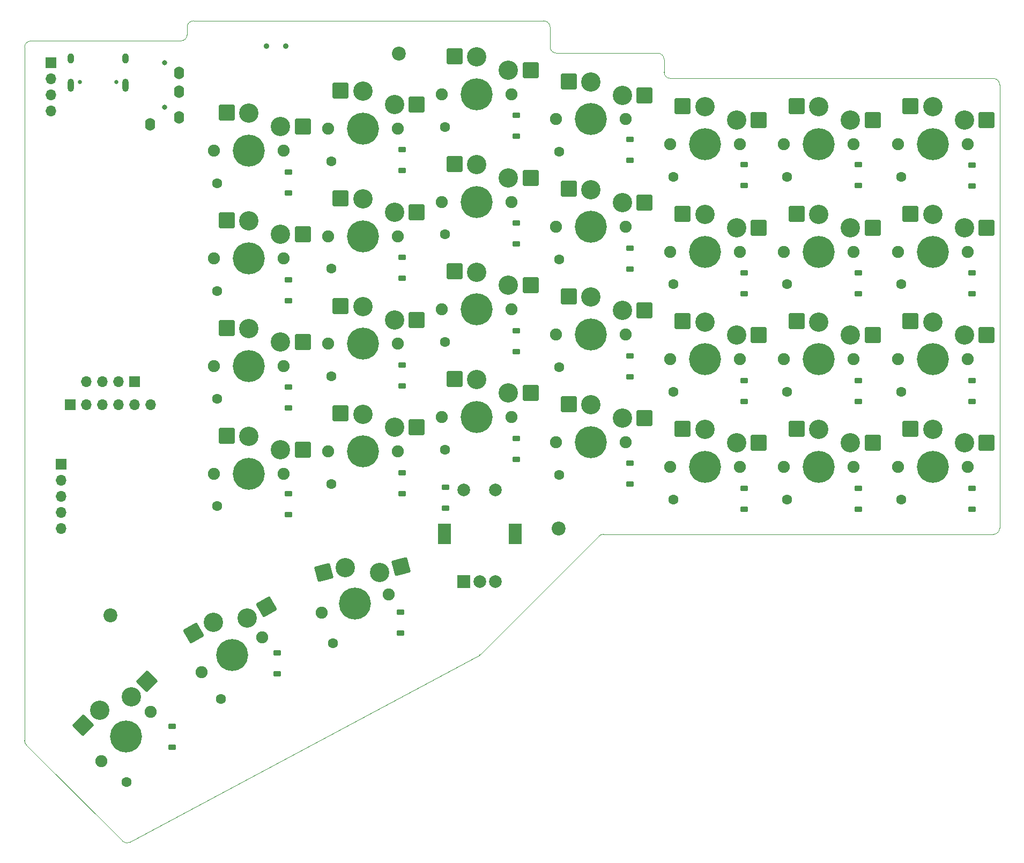
<source format=gbr>
%TF.GenerationSoftware,KiCad,Pcbnew,8.0.5*%
%TF.CreationDate,2024-10-11T21:29:17+02:00*%
%TF.ProjectId,vaucasy_right,76617563-6173-4795-9f72-696768742e6b,rev?*%
%TF.SameCoordinates,Original*%
%TF.FileFunction,Soldermask,Bot*%
%TF.FilePolarity,Negative*%
%FSLAX46Y46*%
G04 Gerber Fmt 4.6, Leading zero omitted, Abs format (unit mm)*
G04 Created by KiCad (PCBNEW 8.0.5) date 2024-10-11 21:29:17*
%MOMM*%
%LPD*%
G01*
G04 APERTURE LIST*
G04 Aperture macros list*
%AMRoundRect*
0 Rectangle with rounded corners*
0 $1 Rounding radius*
0 $2 $3 $4 $5 $6 $7 $8 $9 X,Y pos of 4 corners*
0 Add a 4 corners polygon primitive as box body*
4,1,4,$2,$3,$4,$5,$6,$7,$8,$9,$2,$3,0*
0 Add four circle primitives for the rounded corners*
1,1,$1+$1,$2,$3*
1,1,$1+$1,$4,$5*
1,1,$1+$1,$6,$7*
1,1,$1+$1,$8,$9*
0 Add four rect primitives between the rounded corners*
20,1,$1+$1,$2,$3,$4,$5,0*
20,1,$1+$1,$4,$5,$6,$7,0*
20,1,$1+$1,$6,$7,$8,$9,0*
20,1,$1+$1,$8,$9,$2,$3,0*%
G04 Aperture macros list end*
%ADD10R,2.000000X2.000000*%
%ADD11C,2.000000*%
%ADD12R,2.000000X3.200000*%
%ADD13R,1.700000X1.700000*%
%ADD14O,1.700000X1.700000*%
%ADD15C,1.900000*%
%ADD16C,1.600000*%
%ADD17C,3.050000*%
%ADD18C,5.050000*%
%ADD19RoundRect,0.250000X-1.025000X-1.000000X1.025000X-1.000000X1.025000X1.000000X-1.025000X1.000000X0*%
%ADD20C,2.200000*%
%ADD21C,0.900000*%
%ADD22C,0.800000*%
%ADD23O,1.600000X2.000000*%
%ADD24RoundRect,0.250000X-0.731255X-1.231215X1.248893X-0.700636X0.731255X1.231215X-1.248893X0.700636X0*%
%ADD25RoundRect,0.250000X-0.017678X-1.431891X1.431891X0.017678X0.017678X1.431891X-1.431891X-0.017678X0*%
%ADD26C,0.650000*%
%ADD27O,1.000000X2.100000*%
%ADD28O,1.000000X1.600000*%
%ADD29RoundRect,0.250000X-0.387676X-1.378525X1.387676X-0.353525X0.387676X1.378525X-1.387676X0.353525X0*%
%ADD30RoundRect,0.225000X0.375000X-0.225000X0.375000X0.225000X-0.375000X0.225000X-0.375000X-0.225000X0*%
%TA.AperFunction,Profile*%
%ADD31C,0.050000*%
%TD*%
G04 APERTURE END LIST*
D10*
%TO.C,SW3*%
X94387500Y-116462500D03*
D11*
X99387500Y-116462500D03*
X96887500Y-116462500D03*
D12*
X91287500Y-108962500D03*
X102487500Y-108962500D03*
D11*
X99387500Y-101962500D03*
X94387500Y-101962500D03*
%TD*%
D13*
%TO.C,J4*%
X30812500Y-97947500D03*
D14*
X30812500Y-100487500D03*
X30812500Y-103027500D03*
X30812500Y-105567500D03*
X30812500Y-108107500D03*
%TD*%
D15*
%TO.C,S5*%
X126925000Y-47362500D03*
D16*
X127425000Y-52512500D03*
D17*
X132425000Y-41462500D03*
D18*
X132425000Y-47362500D03*
D17*
X137425000Y-43562500D03*
D15*
X137925000Y-47362500D03*
D19*
X128925000Y-41362500D03*
X140925000Y-43562500D03*
%TD*%
D15*
%TO.C,S27*%
X144925000Y-81362500D03*
D16*
X145425000Y-86512500D03*
D17*
X150425000Y-75462500D03*
D18*
X150425000Y-81362500D03*
D17*
X155425000Y-77562500D03*
D15*
X155925000Y-81362500D03*
D19*
X146925000Y-75362500D03*
X158925000Y-77562500D03*
%TD*%
D15*
%TO.C,S3*%
X90925000Y-39487500D03*
D16*
X91425000Y-44637500D03*
D17*
X96425000Y-33587500D03*
D18*
X96425000Y-39487500D03*
D17*
X101425000Y-35687500D03*
D15*
X101925000Y-39487500D03*
D19*
X92925000Y-33487500D03*
X104925000Y-35687500D03*
%TD*%
D15*
%TO.C,S19*%
X72925000Y-78912500D03*
D16*
X73425000Y-84062500D03*
D17*
X78425000Y-73012500D03*
D18*
X78425000Y-78912500D03*
D17*
X83425000Y-75112500D03*
D15*
X83925000Y-78912500D03*
D19*
X74925000Y-72912500D03*
X86925000Y-75112500D03*
%TD*%
D15*
%TO.C,S28*%
X144925000Y-98362500D03*
D16*
X145425000Y-103512500D03*
D17*
X150425000Y-92462500D03*
D18*
X150425000Y-98362500D03*
D17*
X155425000Y-94562500D03*
D15*
X155925000Y-98362500D03*
D19*
X146925000Y-92362500D03*
X158925000Y-94562500D03*
%TD*%
D20*
%TO.C,H3*%
X84075000Y-33100000D03*
%TD*%
D15*
%TO.C,S7*%
X162925000Y-47362500D03*
D16*
X163425000Y-52512500D03*
D17*
X168425000Y-41462500D03*
D18*
X168425000Y-47362500D03*
D17*
X173425000Y-43562500D03*
D15*
X173925000Y-47362500D03*
D19*
X164925000Y-41362500D03*
X176925000Y-43562500D03*
%TD*%
D21*
%TO.C,SW1*%
X66237500Y-31870000D03*
X63237500Y-31870000D03*
%TD*%
D15*
%TO.C,S30*%
X162925000Y-98362500D03*
D16*
X163425000Y-103512500D03*
D17*
X168425000Y-92462500D03*
D18*
X168425000Y-98362500D03*
D17*
X173425000Y-94562500D03*
D15*
X173925000Y-98362500D03*
D19*
X164925000Y-92362500D03*
X176925000Y-94562500D03*
%TD*%
D20*
%TO.C,H2*%
X38600000Y-121825000D03*
%TD*%
%TO.C,H1*%
X109325000Y-108100000D03*
%TD*%
D15*
%TO.C,S14*%
X144925000Y-64362500D03*
D16*
X145425000Y-69512500D03*
D17*
X150425000Y-58462500D03*
D18*
X150425000Y-64362500D03*
D17*
X155425000Y-60562500D03*
D15*
X155925000Y-64362500D03*
D19*
X146925000Y-58362500D03*
X158925000Y-60562500D03*
%TD*%
D15*
%TO.C,S6*%
X144925000Y-47362500D03*
D16*
X145425000Y-52512500D03*
D17*
X150425000Y-41462500D03*
D18*
X150425000Y-47362500D03*
D17*
X155425000Y-43562500D03*
D15*
X155925000Y-47362500D03*
D19*
X146925000Y-41362500D03*
X158925000Y-43562500D03*
%TD*%
D13*
%TO.C,J2*%
X42367500Y-84887500D03*
D14*
X39827500Y-84887500D03*
X37287500Y-84887500D03*
X34747500Y-84887500D03*
%TD*%
D15*
%TO.C,S15*%
X162925000Y-64362500D03*
D16*
X163425000Y-69512500D03*
D17*
X168425000Y-58462500D03*
D18*
X168425000Y-64362500D03*
D17*
X173425000Y-60562500D03*
D15*
X173925000Y-64362500D03*
D19*
X164925000Y-58362500D03*
X176925000Y-60562500D03*
%TD*%
D15*
%TO.C,S29*%
X162925000Y-81362500D03*
D16*
X163425000Y-86512500D03*
D17*
X168425000Y-75462500D03*
D18*
X168425000Y-81362500D03*
D17*
X173425000Y-77562500D03*
D15*
X173925000Y-81362500D03*
D19*
X164925000Y-75362500D03*
X176925000Y-77562500D03*
%TD*%
D15*
%TO.C,S22*%
X90925000Y-90487500D03*
D16*
X91425000Y-95637500D03*
D17*
X96425000Y-84587500D03*
D18*
X96425000Y-90487500D03*
D17*
X101425000Y-86687500D03*
D15*
X101925000Y-90487500D03*
D19*
X92925000Y-84487500D03*
X104925000Y-86687500D03*
%TD*%
D15*
%TO.C,S26*%
X126925000Y-98362500D03*
D16*
X127425000Y-103512500D03*
D17*
X132425000Y-92462500D03*
D18*
X132425000Y-98362500D03*
D17*
X137425000Y-94562500D03*
D15*
X137925000Y-98362500D03*
D19*
X128925000Y-92362500D03*
X140925000Y-94562500D03*
%TD*%
D15*
%TO.C,S23*%
X108925000Y-77437500D03*
D16*
X109425000Y-82587500D03*
D17*
X114425000Y-71537500D03*
D18*
X114425000Y-77437500D03*
D17*
X119425000Y-73637500D03*
D15*
X119925000Y-77437500D03*
D19*
X110925000Y-71437500D03*
X122925000Y-73637500D03*
%TD*%
D15*
%TO.C,S1*%
X54925000Y-48412500D03*
D16*
X55425000Y-53562500D03*
D17*
X60425000Y-42512500D03*
D18*
X60425000Y-48412500D03*
D17*
X65425000Y-44612500D03*
D15*
X65925000Y-48412500D03*
D19*
X56925000Y-42412500D03*
X68925000Y-44612500D03*
%TD*%
D15*
%TO.C,S13*%
X126925000Y-64362500D03*
D16*
X127425000Y-69512500D03*
D17*
X132425000Y-58462500D03*
D18*
X132425000Y-64362500D03*
D17*
X137425000Y-60562500D03*
D15*
X137925000Y-64362500D03*
D19*
X128925000Y-58362500D03*
X140925000Y-60562500D03*
%TD*%
D15*
%TO.C,S9*%
X54925000Y-65412500D03*
D16*
X55425000Y-70562500D03*
D17*
X60425000Y-59512500D03*
D18*
X60425000Y-65412500D03*
D17*
X65425000Y-61612500D03*
D15*
X65925000Y-65412500D03*
D19*
X56925000Y-59412500D03*
X68925000Y-61612500D03*
%TD*%
D15*
%TO.C,S4*%
X108925000Y-43437500D03*
D16*
X109425000Y-48587500D03*
D17*
X114425000Y-37537500D03*
D18*
X114425000Y-43437500D03*
D17*
X119425000Y-39637500D03*
D15*
X119925000Y-43437500D03*
D19*
X110925000Y-37437500D03*
X122925000Y-39637500D03*
%TD*%
D15*
%TO.C,S10*%
X72925000Y-61912500D03*
D16*
X73425000Y-67062500D03*
D17*
X78425000Y-56012500D03*
D18*
X78425000Y-61912500D03*
D17*
X83425000Y-58112500D03*
D15*
X83925000Y-61912500D03*
D19*
X74925000Y-55912500D03*
X86925000Y-58112500D03*
%TD*%
D15*
%TO.C,S11*%
X90925000Y-56487500D03*
D16*
X91425000Y-61637500D03*
D17*
X96425000Y-50587500D03*
D18*
X96425000Y-56487500D03*
D17*
X101425000Y-52687500D03*
D15*
X101925000Y-56487500D03*
D19*
X92925000Y-50487500D03*
X104925000Y-52687500D03*
%TD*%
D22*
%TO.C,U4*%
X47112500Y-34525000D03*
X47112500Y-41525000D03*
D23*
X44812500Y-44225000D03*
X49412500Y-43125000D03*
X49412500Y-39125000D03*
X49412500Y-36125000D03*
%TD*%
D15*
%TO.C,S17*%
X54925000Y-82412500D03*
D16*
X55425000Y-87562500D03*
D17*
X60425000Y-76512500D03*
D18*
X60425000Y-82412500D03*
D17*
X65425000Y-78612500D03*
D15*
X65925000Y-82412500D03*
D19*
X56925000Y-76412500D03*
X68925000Y-78612500D03*
%TD*%
D15*
%TO.C,S24*%
X108925000Y-94437500D03*
D16*
X109425000Y-99587500D03*
D17*
X114425000Y-88537500D03*
D18*
X114425000Y-94437500D03*
D17*
X119425000Y-90637500D03*
D15*
X119925000Y-94437500D03*
D19*
X110925000Y-88437500D03*
X122925000Y-90637500D03*
%TD*%
D15*
%TO.C,S31*%
X71899908Y-121386005D03*
D16*
X73715789Y-126231113D03*
D17*
X75685468Y-114263538D03*
D18*
X77212500Y-119962500D03*
D17*
X81058617Y-114997886D03*
D15*
X82525092Y-118538995D03*
D24*
X72278846Y-115072810D03*
X84439357Y-114092020D03*
%TD*%
D15*
%TO.C,S2*%
X72925000Y-44912500D03*
D16*
X73425000Y-50062500D03*
D17*
X78425000Y-39012500D03*
D18*
X78425000Y-44912500D03*
D17*
X83425000Y-41112500D03*
D15*
X83925000Y-44912500D03*
D19*
X74925000Y-38912500D03*
X86925000Y-41112500D03*
%TD*%
D15*
%TO.C,S20*%
X72925000Y-95912500D03*
D16*
X73425000Y-101062500D03*
D17*
X78425000Y-90012500D03*
D18*
X78425000Y-95912500D03*
D17*
X83425000Y-92112500D03*
D15*
X83925000Y-95912500D03*
D19*
X74925000Y-89912500D03*
X86925000Y-92112500D03*
%TD*%
D15*
%TO.C,S8*%
X37111745Y-144824127D03*
D16*
X41106898Y-148112174D03*
D17*
X36828902Y-136763110D03*
D18*
X41000832Y-140935040D03*
D17*
X41849360Y-134712500D03*
D15*
X44889919Y-137045953D03*
D25*
X34283318Y-139167273D03*
X44324234Y-132237627D03*
%TD*%
D26*
%TO.C,J1*%
X39527500Y-37527500D03*
X33747500Y-37527500D03*
D27*
X40957500Y-38057500D03*
D28*
X40957500Y-33877500D03*
D27*
X32317500Y-38057500D03*
D28*
X32317500Y-33877500D03*
%TD*%
D15*
%TO.C,S25*%
X126925000Y-81362500D03*
D16*
X127425000Y-86512500D03*
D17*
X132425000Y-75462500D03*
D18*
X132425000Y-81362500D03*
D17*
X137425000Y-77562500D03*
D15*
X137925000Y-81362500D03*
D19*
X128925000Y-75362500D03*
X140925000Y-77562500D03*
%TD*%
D15*
%TO.C,S12*%
X108925000Y-60437500D03*
D16*
X109425000Y-65587500D03*
D17*
X114425000Y-54537500D03*
D18*
X114425000Y-60437500D03*
D17*
X119425000Y-56637500D03*
D15*
X119925000Y-60437500D03*
D19*
X110925000Y-54437500D03*
X122925000Y-56637500D03*
%TD*%
D15*
%TO.C,S21*%
X90925000Y-73487500D03*
D16*
X91425000Y-78637500D03*
D17*
X96425000Y-67587500D03*
D18*
X96425000Y-73487500D03*
D17*
X101425000Y-69687500D03*
D15*
X101925000Y-73487500D03*
D19*
X92925000Y-67487500D03*
X104925000Y-69687500D03*
%TD*%
D13*
%TO.C,J6*%
X29137500Y-34487500D03*
D14*
X29137500Y-37027500D03*
X29137500Y-39567500D03*
X29137500Y-42107500D03*
%TD*%
D15*
%TO.C,S16*%
X52992200Y-130779435D03*
D16*
X56000213Y-134989466D03*
D17*
X54805340Y-122919885D03*
D18*
X57755340Y-128029435D03*
D17*
X60185468Y-122238538D03*
D15*
X62518480Y-125279435D03*
D29*
X51724251Y-124583283D03*
X63216556Y-120488538D03*
%TD*%
D15*
%TO.C,S18*%
X54925000Y-99412500D03*
D16*
X55425000Y-104562500D03*
D17*
X60425000Y-93512500D03*
D18*
X60425000Y-99412500D03*
D17*
X65425000Y-95612500D03*
D15*
X65925000Y-99412500D03*
D19*
X56925000Y-93412500D03*
X68925000Y-95612500D03*
%TD*%
D30*
%TO.C,D19*%
X84637500Y-85562500D03*
X84637500Y-82262500D03*
%TD*%
%TO.C,D9*%
X66637500Y-72062500D03*
X66637500Y-68762500D03*
%TD*%
D13*
%TO.C,J5*%
X32237500Y-88512500D03*
D14*
X34777500Y-88512500D03*
X37317500Y-88512500D03*
X39857500Y-88512500D03*
X42397500Y-88512500D03*
X44937500Y-88512500D03*
%TD*%
D30*
%TO.C,D15*%
X174637500Y-71012500D03*
X174637500Y-67712500D03*
%TD*%
%TO.C,D8*%
X48324360Y-142637500D03*
X48324360Y-139337500D03*
%TD*%
%TO.C,D17*%
X66637500Y-89062500D03*
X66637500Y-85762500D03*
%TD*%
%TO.C,D18*%
X66637500Y-105912500D03*
X66637500Y-102612500D03*
%TD*%
%TO.C,D14*%
X156637500Y-71012500D03*
X156637500Y-67712500D03*
%TD*%
%TO.C,D12*%
X120637500Y-67087500D03*
X120637500Y-63787500D03*
%TD*%
%TO.C,D24*%
X120637500Y-101087500D03*
X120637500Y-97787500D03*
%TD*%
%TO.C,D26*%
X138637500Y-105012500D03*
X138637500Y-101712500D03*
%TD*%
%TO.C,D13*%
X138637500Y-71012500D03*
X138637500Y-67712500D03*
%TD*%
%TO.C,D6*%
X156637500Y-53862500D03*
X156637500Y-50562500D03*
%TD*%
%TO.C,D22*%
X102637500Y-97137500D03*
X102637500Y-93837500D03*
%TD*%
%TO.C,D30*%
X174637500Y-105012500D03*
X174637500Y-101712500D03*
%TD*%
%TO.C,D2*%
X84637500Y-51562500D03*
X84637500Y-48262500D03*
%TD*%
%TO.C,D16*%
X64922328Y-131063538D03*
X64922328Y-127763538D03*
%TD*%
%TO.C,D7*%
X174637500Y-54012500D03*
X174637500Y-50712500D03*
%TD*%
%TO.C,D29*%
X174637500Y-88012500D03*
X174637500Y-84712500D03*
%TD*%
%TO.C,D25*%
X138637500Y-88012500D03*
X138637500Y-84712500D03*
%TD*%
%TO.C,D33*%
X91487500Y-104862500D03*
X91487500Y-101562500D03*
%TD*%
%TO.C,D11*%
X102637500Y-63137500D03*
X102637500Y-59837500D03*
%TD*%
%TO.C,D27*%
X156637500Y-88012500D03*
X156637500Y-84712500D03*
%TD*%
%TO.C,D5*%
X138637500Y-53862500D03*
X138637500Y-50562500D03*
%TD*%
%TO.C,D3*%
X102637500Y-46137500D03*
X102637500Y-42837500D03*
%TD*%
%TO.C,D20*%
X84637500Y-102562500D03*
X84637500Y-99262500D03*
%TD*%
%TO.C,D23*%
X120637500Y-84087500D03*
X120637500Y-80787500D03*
%TD*%
%TO.C,D31*%
X84397328Y-124588538D03*
X84397328Y-121288538D03*
%TD*%
%TO.C,D21*%
X102637500Y-80137500D03*
X102637500Y-76837500D03*
%TD*%
%TO.C,D1*%
X66637500Y-55062500D03*
X66637500Y-51762500D03*
%TD*%
%TO.C,D28*%
X156637500Y-105012500D03*
X156637500Y-101712500D03*
%TD*%
%TO.C,D10*%
X84637500Y-68562500D03*
X84637500Y-65262500D03*
%TD*%
%TO.C,D4*%
X120637500Y-49937500D03*
X120637500Y-46637500D03*
%TD*%
D31*
X50675000Y-28900000D02*
G75*
G02*
X51675000Y-27900000I1000000J0D01*
G01*
X50675000Y-28900000D02*
X50675000Y-30075000D01*
X126000000Y-34000000D02*
X126000000Y-36000000D01*
X50675000Y-30075000D02*
G75*
G02*
X49675000Y-31075000I-1000000J0D01*
G01*
X125000000Y-33000000D02*
G75*
G02*
X126000000Y-34000000I0J-1000000D01*
G01*
X81725000Y-27900000D02*
X51675000Y-27900000D01*
X49675000Y-31075000D02*
X26000000Y-31075000D01*
X107000000Y-27900000D02*
G75*
G02*
X108000000Y-28900000I0J-1000000D01*
G01*
X40475061Y-157475061D02*
X25292893Y-142292893D01*
X127000000Y-37000000D02*
G75*
G02*
X126000000Y-36000000I0J1000000D01*
G01*
X25000000Y-141585786D02*
X25000000Y-32075000D01*
X25000000Y-32075000D02*
G75*
G02*
X26000000Y-31075000I1000000J0D01*
G01*
X179000000Y-38000000D02*
X179000000Y-108000000D01*
X109000000Y-33000000D02*
X125000000Y-33000000D01*
X115707107Y-109292893D02*
X97104551Y-127895449D01*
X178000000Y-109000000D02*
X116414214Y-109000000D01*
X96869666Y-128069822D02*
X41654390Y-157649434D01*
X127000000Y-37000000D02*
X178000000Y-37000000D01*
X108000000Y-28900000D02*
X108000000Y-32000000D01*
X109000000Y-33000000D02*
G75*
G02*
X108000000Y-32000000I0J1000000D01*
G01*
X41654390Y-157649434D02*
G75*
G02*
X40475081Y-157475041I-472190J881534D01*
G01*
X97104551Y-127895449D02*
G75*
G02*
X96869667Y-128069825I-707151J707149D01*
G01*
X178000000Y-37000000D02*
G75*
G02*
X179000000Y-38000000I0J-1000000D01*
G01*
X25292893Y-142292893D02*
G75*
G02*
X25000010Y-141585786I707107J707093D01*
G01*
X81725000Y-27900000D02*
X107000000Y-27900000D01*
X179000000Y-108000000D02*
G75*
G02*
X178000000Y-109000000I-1000000J0D01*
G01*
X115707107Y-109292893D02*
G75*
G02*
X116414214Y-109000010I707093J-707107D01*
G01*
M02*

</source>
